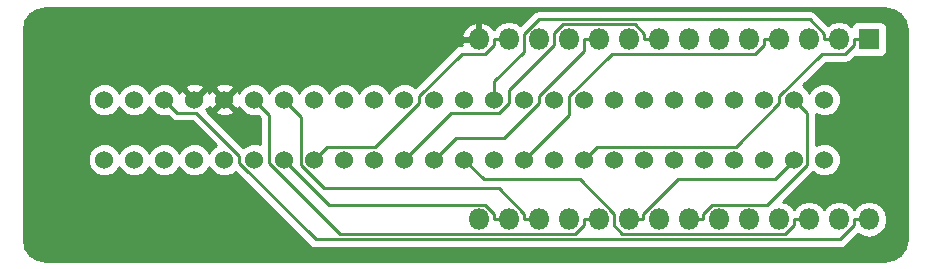
<source format=gbr>
G04 #@! TF.FileFunction,Copper,L2,Bot,Signal*
%FSLAX46Y46*%
G04 Gerber Fmt 4.6, Leading zero omitted, Abs format (unit mm)*
G04 Created by KiCad (PCBNEW 4.0.7) date 02/21/19 10:09:24*
%MOMM*%
%LPD*%
G01*
G04 APERTURE LIST*
%ADD10C,0.100000*%
%ADD11C,1.524000*%
%ADD12R,1.800000X1.800000*%
%ADD13O,1.800000X1.800000*%
%ADD14C,0.250000*%
%ADD15C,0.254000*%
G04 APERTURE END LIST*
D10*
D11*
X177711000Y-102464000D03*
X177711000Y-107544000D03*
X175171000Y-102464000D03*
X175171000Y-107544000D03*
X172631000Y-102464000D03*
X172631000Y-107544000D03*
X170091000Y-102464000D03*
X170091000Y-107544000D03*
X167551000Y-102464000D03*
X167551000Y-107544000D03*
X165011000Y-102464000D03*
X165011000Y-107544000D03*
X162471000Y-102464000D03*
X162471000Y-107544000D03*
X159931000Y-102464000D03*
X159931000Y-107544000D03*
X157391000Y-102464000D03*
X157391000Y-107544000D03*
X154851000Y-102464000D03*
X154851000Y-107544000D03*
X152311000Y-102464000D03*
X152311000Y-107544000D03*
X149771000Y-102464000D03*
X149771000Y-107544000D03*
X147231000Y-102464000D03*
X147231000Y-107544000D03*
X144691000Y-102464000D03*
X144691000Y-107544000D03*
X142151000Y-102464000D03*
X142151000Y-107544000D03*
X139611000Y-102464000D03*
X139611000Y-107544000D03*
X137071000Y-102464000D03*
X137071000Y-107544000D03*
X134531000Y-102464000D03*
X134531000Y-107544000D03*
X131991000Y-102464000D03*
X131991000Y-107544000D03*
X129451000Y-102464000D03*
X129451000Y-107544000D03*
X126911000Y-102464000D03*
X126911000Y-107544000D03*
X124371000Y-102464000D03*
X124371000Y-107544000D03*
X121831000Y-102464000D03*
X121831000Y-107544000D03*
X119291000Y-102464000D03*
X119291000Y-107544000D03*
X116751000Y-102464000D03*
X116751000Y-107544000D03*
D12*
X181496000Y-97345500D03*
D13*
X148476000Y-112585500D03*
X178956000Y-97345500D03*
X151016000Y-112585500D03*
X176416000Y-97345500D03*
X153556000Y-112585500D03*
X173876000Y-97345500D03*
X156096000Y-112585500D03*
X171336000Y-97345500D03*
X158636000Y-112585500D03*
X168796000Y-97345500D03*
X161176000Y-112585500D03*
X166256000Y-97345500D03*
X163716000Y-112585500D03*
X163716000Y-97345500D03*
X166256000Y-112585500D03*
X161176000Y-97345500D03*
X168796000Y-112585500D03*
X158636000Y-97345500D03*
X171336000Y-112585500D03*
X156096000Y-97345500D03*
X173876000Y-112585500D03*
X153556000Y-97345500D03*
X176416000Y-112585500D03*
X151016000Y-97345500D03*
X178956000Y-112585500D03*
X148476000Y-97345500D03*
X181496000Y-112585500D03*
D14*
X173512300Y-109202700D02*
X175171000Y-107544000D01*
X165324600Y-109202700D02*
X173512300Y-109202700D01*
X162401300Y-112126000D02*
X165324600Y-109202700D01*
X162401300Y-112585500D02*
X162401300Y-112126000D01*
X161176000Y-112585500D02*
X162401300Y-112585500D01*
X156121000Y-103734000D02*
X152311000Y-107544000D01*
X156121000Y-102178500D02*
X156121000Y-103734000D01*
X159728700Y-98570800D02*
X156121000Y-102178500D01*
X171885000Y-98570800D02*
X159728700Y-98570800D01*
X172650700Y-97805100D02*
X171885000Y-98570800D01*
X172650700Y-97345500D02*
X172650700Y-97805100D01*
X173876000Y-97345500D02*
X172650700Y-97345500D01*
X149771000Y-100924400D02*
X149771000Y-102464000D01*
X152286000Y-98409400D02*
X149771000Y-100924400D01*
X152286000Y-96874100D02*
X152286000Y-98409400D01*
X153529800Y-95630300D02*
X152286000Y-96874100D01*
X176475000Y-95630300D02*
X153529800Y-95630300D01*
X177730700Y-96886000D02*
X176475000Y-95630300D01*
X177730700Y-97345500D02*
X177730700Y-96886000D01*
X178956000Y-97345500D02*
X177730700Y-97345500D01*
X158478400Y-106456600D02*
X157391000Y-107544000D01*
X170228800Y-106456600D02*
X158478400Y-106456600D01*
X173901000Y-102784400D02*
X170228800Y-106456600D01*
X173901000Y-102187900D02*
X173901000Y-102784400D01*
X177518100Y-98570800D02*
X173901000Y-102187900D01*
X179505000Y-98570800D02*
X177518100Y-98570800D01*
X180270700Y-97805100D02*
X179505000Y-98570800D01*
X180270700Y-97345500D02*
X180270700Y-97805100D01*
X181496000Y-97345500D02*
X180270700Y-97345500D01*
X148901700Y-109214700D02*
X147231000Y-107544000D01*
X157014900Y-109214700D02*
X148901700Y-109214700D01*
X159906000Y-112105800D02*
X157014900Y-109214700D01*
X159906000Y-113112800D02*
X159906000Y-112105800D01*
X160630500Y-113837300D02*
X159906000Y-113112800D01*
X174398400Y-113837300D02*
X160630500Y-113837300D01*
X175190700Y-113045000D02*
X174398400Y-113837300D01*
X175190700Y-112585500D02*
X175190700Y-113045000D01*
X176416000Y-112585500D02*
X175190700Y-112585500D01*
X158636000Y-97345500D02*
X157410700Y-97345500D01*
X146532300Y-105702700D02*
X144691000Y-107544000D01*
X150614200Y-105702700D02*
X146532300Y-105702700D01*
X153581000Y-102735900D02*
X150614200Y-105702700D01*
X153581000Y-102136300D02*
X153581000Y-102735900D01*
X157410700Y-98306600D02*
X153581000Y-102136300D01*
X157410700Y-97345500D02*
X157410700Y-98306600D01*
X146111000Y-103584000D02*
X142151000Y-107544000D01*
X150198400Y-103584000D02*
X146111000Y-103584000D01*
X151041000Y-102741400D02*
X150198400Y-103584000D01*
X151041000Y-101638900D02*
X151041000Y-102741400D01*
X154826000Y-97853900D02*
X151041000Y-101638900D01*
X154826000Y-96855200D02*
X154826000Y-97853900D01*
X155600100Y-96081100D02*
X154826000Y-96855200D01*
X161680300Y-96081100D02*
X155600100Y-96081100D01*
X162490700Y-96891500D02*
X161680300Y-96081100D01*
X162490700Y-97345500D02*
X162490700Y-96891500D01*
X163716000Y-97345500D02*
X162490700Y-97345500D01*
X135618400Y-106456600D02*
X134531000Y-107544000D01*
X139710800Y-106456600D02*
X135618400Y-106456600D01*
X143421000Y-102746400D02*
X139710800Y-106456600D01*
X143421000Y-102161900D02*
X143421000Y-102746400D01*
X147012100Y-98570800D02*
X143421000Y-102161900D01*
X149025000Y-98570800D02*
X147012100Y-98570800D01*
X149790700Y-97805100D02*
X149025000Y-98570800D01*
X149790700Y-97345500D02*
X149790700Y-97805100D01*
X151016000Y-97345500D02*
X149790700Y-97345500D01*
X133443600Y-103916600D02*
X131991000Y-102464000D01*
X133443600Y-108026600D02*
X133443600Y-103916600D01*
X135346900Y-109929900D02*
X133443600Y-108026600D01*
X150134600Y-109929900D02*
X135346900Y-109929900D01*
X152330700Y-112126000D02*
X150134600Y-109929900D01*
X152330700Y-112585500D02*
X152330700Y-112126000D01*
X153556000Y-112585500D02*
X152330700Y-112585500D01*
X151016000Y-112585500D02*
X149790700Y-112585500D01*
X135807200Y-111360200D02*
X131991000Y-107544000D01*
X149025000Y-111360200D02*
X135807200Y-111360200D01*
X149790700Y-112125900D02*
X149025000Y-111360200D01*
X149790700Y-112585500D02*
X149790700Y-112125900D01*
X130721000Y-103734000D02*
X129451000Y-102464000D01*
X130721000Y-107815100D02*
X130721000Y-103734000D01*
X136722100Y-113816200D02*
X130721000Y-107815100D01*
X156639500Y-113816200D02*
X136722100Y-113816200D01*
X157410700Y-113045000D02*
X156639500Y-113816200D01*
X157410700Y-112585500D02*
X157410700Y-113045000D01*
X158636000Y-112585500D02*
X157410700Y-112585500D01*
X122918400Y-103551400D02*
X121831000Y-102464000D01*
X124513500Y-103551400D02*
X122918400Y-103551400D01*
X128181000Y-107218900D02*
X124513500Y-103551400D01*
X128181000Y-107815100D02*
X128181000Y-107218900D01*
X134653600Y-114287700D02*
X128181000Y-107815100D01*
X179028000Y-114287700D02*
X134653600Y-114287700D01*
X180270700Y-113045000D02*
X179028000Y-114287700D01*
X180270700Y-112585500D02*
X180270700Y-113045000D01*
X181496000Y-112585500D02*
X180270700Y-112585500D01*
X176282200Y-103575200D02*
X175171000Y-102464000D01*
X176282200Y-107979700D02*
X176282200Y-103575200D01*
X172901700Y-111360200D02*
X176282200Y-107979700D01*
X168247000Y-111360200D02*
X172901700Y-111360200D01*
X167481300Y-112125900D02*
X168247000Y-111360200D01*
X167481300Y-112585500D02*
X167481300Y-112125900D01*
X166256000Y-112585500D02*
X167481300Y-112585500D01*
D15*
G36*
X183574989Y-94842152D02*
X184164170Y-95235830D01*
X184557848Y-95825011D01*
X184710000Y-96589931D01*
X184710000Y-114230069D01*
X184557848Y-114994989D01*
X184164170Y-115584170D01*
X183574989Y-115977848D01*
X182810069Y-116130000D01*
X111829931Y-116130000D01*
X111065011Y-115977848D01*
X110475830Y-115584170D01*
X110082152Y-114994989D01*
X109930000Y-114230069D01*
X109930000Y-102740661D01*
X115353758Y-102740661D01*
X115565990Y-103254303D01*
X115958630Y-103647629D01*
X116471900Y-103860757D01*
X117027661Y-103861242D01*
X117541303Y-103649010D01*
X117934629Y-103256370D01*
X118020949Y-103048488D01*
X118105990Y-103254303D01*
X118498630Y-103647629D01*
X119011900Y-103860757D01*
X119567661Y-103861242D01*
X120081303Y-103649010D01*
X120474629Y-103256370D01*
X120560949Y-103048488D01*
X120645990Y-103254303D01*
X121038630Y-103647629D01*
X121551900Y-103860757D01*
X122107661Y-103861242D01*
X122140055Y-103847857D01*
X122380999Y-104088801D01*
X122627561Y-104253548D01*
X122918400Y-104311400D01*
X124198698Y-104311400D01*
X126209568Y-106322270D01*
X126120697Y-106358990D01*
X125727371Y-106751630D01*
X125641051Y-106959512D01*
X125556010Y-106753697D01*
X125163370Y-106360371D01*
X124650100Y-106147243D01*
X124094339Y-106146758D01*
X123580697Y-106358990D01*
X123187371Y-106751630D01*
X123101051Y-106959512D01*
X123016010Y-106753697D01*
X122623370Y-106360371D01*
X122110100Y-106147243D01*
X121554339Y-106146758D01*
X121040697Y-106358990D01*
X120647371Y-106751630D01*
X120561051Y-106959512D01*
X120476010Y-106753697D01*
X120083370Y-106360371D01*
X119570100Y-106147243D01*
X119014339Y-106146758D01*
X118500697Y-106358990D01*
X118107371Y-106751630D01*
X118021051Y-106959512D01*
X117936010Y-106753697D01*
X117543370Y-106360371D01*
X117030100Y-106147243D01*
X116474339Y-106146758D01*
X115960697Y-106358990D01*
X115567371Y-106751630D01*
X115354243Y-107264900D01*
X115353758Y-107820661D01*
X115565990Y-108334303D01*
X115958630Y-108727629D01*
X116471900Y-108940757D01*
X117027661Y-108941242D01*
X117541303Y-108729010D01*
X117934629Y-108336370D01*
X118020949Y-108128488D01*
X118105990Y-108334303D01*
X118498630Y-108727629D01*
X119011900Y-108940757D01*
X119567661Y-108941242D01*
X120081303Y-108729010D01*
X120474629Y-108336370D01*
X120560949Y-108128488D01*
X120645990Y-108334303D01*
X121038630Y-108727629D01*
X121551900Y-108940757D01*
X122107661Y-108941242D01*
X122621303Y-108729010D01*
X123014629Y-108336370D01*
X123100949Y-108128488D01*
X123185990Y-108334303D01*
X123578630Y-108727629D01*
X124091900Y-108940757D01*
X124647661Y-108941242D01*
X125161303Y-108729010D01*
X125554629Y-108336370D01*
X125640949Y-108128488D01*
X125725990Y-108334303D01*
X126118630Y-108727629D01*
X126631900Y-108940757D01*
X127187661Y-108941242D01*
X127701303Y-108729010D01*
X127860845Y-108569747D01*
X134116199Y-114825101D01*
X134362761Y-114989848D01*
X134653600Y-115047700D01*
X179028000Y-115047700D01*
X179318839Y-114989848D01*
X179565401Y-114825101D01*
X180577797Y-113812705D01*
X180908581Y-114033727D01*
X181496000Y-114150572D01*
X182083419Y-114033727D01*
X182581409Y-113700981D01*
X182914155Y-113202991D01*
X183031000Y-112615572D01*
X183031000Y-112555428D01*
X182914155Y-111968009D01*
X182581409Y-111470019D01*
X182083419Y-111137273D01*
X181496000Y-111020428D01*
X180908581Y-111137273D01*
X180410591Y-111470019D01*
X180226000Y-111746279D01*
X180041409Y-111470019D01*
X179543419Y-111137273D01*
X178956000Y-111020428D01*
X178368581Y-111137273D01*
X177870591Y-111470019D01*
X177686000Y-111746279D01*
X177501409Y-111470019D01*
X177003419Y-111137273D01*
X176416000Y-111020428D01*
X175828581Y-111137273D01*
X175330591Y-111470019D01*
X175146000Y-111746279D01*
X174961409Y-111470019D01*
X174463419Y-111137273D01*
X174243228Y-111093474D01*
X176763987Y-108572715D01*
X176918630Y-108727629D01*
X177431900Y-108940757D01*
X177987661Y-108941242D01*
X178501303Y-108729010D01*
X178894629Y-108336370D01*
X179107757Y-107823100D01*
X179108242Y-107267339D01*
X178896010Y-106753697D01*
X178503370Y-106360371D01*
X177990100Y-106147243D01*
X177434339Y-106146758D01*
X177042200Y-106308786D01*
X177042200Y-103698940D01*
X177431900Y-103860757D01*
X177987661Y-103861242D01*
X178501303Y-103649010D01*
X178894629Y-103256370D01*
X179107757Y-102743100D01*
X179108242Y-102187339D01*
X178896010Y-101673697D01*
X178503370Y-101280371D01*
X177990100Y-101067243D01*
X177434339Y-101066758D01*
X176920697Y-101278990D01*
X176527371Y-101671630D01*
X176441051Y-101879512D01*
X176356010Y-101673697D01*
X175963370Y-101280371D01*
X175906815Y-101256887D01*
X177832902Y-99330800D01*
X179505000Y-99330800D01*
X179795839Y-99272948D01*
X180042401Y-99108201D01*
X180323056Y-98827546D01*
X180344110Y-98841931D01*
X180596000Y-98892940D01*
X182396000Y-98892940D01*
X182631317Y-98848662D01*
X182847441Y-98709590D01*
X182992431Y-98497390D01*
X183043440Y-98245500D01*
X183043440Y-96445500D01*
X182999162Y-96210183D01*
X182860090Y-95994059D01*
X182647890Y-95849069D01*
X182396000Y-95798060D01*
X180596000Y-95798060D01*
X180360683Y-95842338D01*
X180144559Y-95981410D01*
X179999569Y-96193610D01*
X179998061Y-96201055D01*
X179543419Y-95897273D01*
X178956000Y-95780428D01*
X178368581Y-95897273D01*
X178037797Y-96118295D01*
X177012401Y-95092899D01*
X176765839Y-94928152D01*
X176475000Y-94870300D01*
X153529800Y-94870300D01*
X153238961Y-94928152D01*
X152992399Y-95092899D01*
X151953865Y-96131433D01*
X151603419Y-95897273D01*
X151016000Y-95780428D01*
X150428581Y-95897273D01*
X149930591Y-96230019D01*
X149745903Y-96506425D01*
X149713966Y-96437924D01*
X149272417Y-96033260D01*
X148840740Y-95854464D01*
X148603000Y-95975122D01*
X148603000Y-97218500D01*
X148623000Y-97218500D01*
X148623000Y-97472500D01*
X148603000Y-97472500D01*
X148603000Y-97492500D01*
X148349000Y-97492500D01*
X148349000Y-97472500D01*
X147105003Y-97472500D01*
X146984954Y-97710242D01*
X147031836Y-97810800D01*
X147012100Y-97810800D01*
X146721260Y-97868652D01*
X146474699Y-98033399D01*
X143085424Y-101422674D01*
X142943370Y-101280371D01*
X142430100Y-101067243D01*
X141874339Y-101066758D01*
X141360697Y-101278990D01*
X140967371Y-101671630D01*
X140881051Y-101879512D01*
X140796010Y-101673697D01*
X140403370Y-101280371D01*
X139890100Y-101067243D01*
X139334339Y-101066758D01*
X138820697Y-101278990D01*
X138427371Y-101671630D01*
X138341051Y-101879512D01*
X138256010Y-101673697D01*
X137863370Y-101280371D01*
X137350100Y-101067243D01*
X136794339Y-101066758D01*
X136280697Y-101278990D01*
X135887371Y-101671630D01*
X135801051Y-101879512D01*
X135716010Y-101673697D01*
X135323370Y-101280371D01*
X134810100Y-101067243D01*
X134254339Y-101066758D01*
X133740697Y-101278990D01*
X133347371Y-101671630D01*
X133261051Y-101879512D01*
X133176010Y-101673697D01*
X132783370Y-101280371D01*
X132270100Y-101067243D01*
X131714339Y-101066758D01*
X131200697Y-101278990D01*
X130807371Y-101671630D01*
X130721051Y-101879512D01*
X130636010Y-101673697D01*
X130243370Y-101280371D01*
X129730100Y-101067243D01*
X129174339Y-101066758D01*
X128660697Y-101278990D01*
X128267371Y-101671630D01*
X128187605Y-101863727D01*
X128133397Y-101732857D01*
X127891213Y-101663392D01*
X127090605Y-102464000D01*
X127891213Y-103264608D01*
X128133397Y-103195143D01*
X128183509Y-103054682D01*
X128265990Y-103254303D01*
X128658630Y-103647629D01*
X129171900Y-103860757D01*
X129727661Y-103861242D01*
X129760055Y-103847857D01*
X129961000Y-104048802D01*
X129961000Y-106243121D01*
X129730100Y-106147243D01*
X129174339Y-106146758D01*
X128660697Y-106358990D01*
X128528179Y-106491277D01*
X125481115Y-103444213D01*
X126110392Y-103444213D01*
X126179857Y-103686397D01*
X126703302Y-103873144D01*
X127258368Y-103845362D01*
X127642143Y-103686397D01*
X127711608Y-103444213D01*
X126911000Y-102643605D01*
X126110392Y-103444213D01*
X125481115Y-103444213D01*
X125441373Y-103404471D01*
X125466226Y-103379618D01*
X125351215Y-103264607D01*
X125593397Y-103195143D01*
X125637453Y-103071656D01*
X125688603Y-103195143D01*
X125930787Y-103264608D01*
X126731395Y-102464000D01*
X125930787Y-101663392D01*
X125688603Y-101732857D01*
X125644547Y-101856344D01*
X125593397Y-101732857D01*
X125351213Y-101663392D01*
X124550605Y-102464000D01*
X124564748Y-102478143D01*
X124385143Y-102657748D01*
X124371000Y-102643605D01*
X124356858Y-102657748D01*
X124177253Y-102478143D01*
X124191395Y-102464000D01*
X123390787Y-101663392D01*
X123148603Y-101732857D01*
X123098491Y-101873318D01*
X123016010Y-101673697D01*
X122826432Y-101483787D01*
X123570392Y-101483787D01*
X124371000Y-102284395D01*
X125171608Y-101483787D01*
X126110392Y-101483787D01*
X126911000Y-102284395D01*
X127711608Y-101483787D01*
X127642143Y-101241603D01*
X127118698Y-101054856D01*
X126563632Y-101082638D01*
X126179857Y-101241603D01*
X126110392Y-101483787D01*
X125171608Y-101483787D01*
X125102143Y-101241603D01*
X124578698Y-101054856D01*
X124023632Y-101082638D01*
X123639857Y-101241603D01*
X123570392Y-101483787D01*
X122826432Y-101483787D01*
X122623370Y-101280371D01*
X122110100Y-101067243D01*
X121554339Y-101066758D01*
X121040697Y-101278990D01*
X120647371Y-101671630D01*
X120561051Y-101879512D01*
X120476010Y-101673697D01*
X120083370Y-101280371D01*
X119570100Y-101067243D01*
X119014339Y-101066758D01*
X118500697Y-101278990D01*
X118107371Y-101671630D01*
X118021051Y-101879512D01*
X117936010Y-101673697D01*
X117543370Y-101280371D01*
X117030100Y-101067243D01*
X116474339Y-101066758D01*
X115960697Y-101278990D01*
X115567371Y-101671630D01*
X115354243Y-102184900D01*
X115353758Y-102740661D01*
X109930000Y-102740661D01*
X109930000Y-96980758D01*
X146984954Y-96980758D01*
X147105003Y-97218500D01*
X148349000Y-97218500D01*
X148349000Y-95975122D01*
X148111260Y-95854464D01*
X147679583Y-96033260D01*
X147238034Y-96437924D01*
X146984954Y-96980758D01*
X109930000Y-96980758D01*
X109930000Y-96589931D01*
X110082152Y-95825011D01*
X110475830Y-95235830D01*
X111065011Y-94842152D01*
X111829931Y-94690000D01*
X182810069Y-94690000D01*
X183574989Y-94842152D01*
X183574989Y-94842152D01*
G37*
X183574989Y-94842152D02*
X184164170Y-95235830D01*
X184557848Y-95825011D01*
X184710000Y-96589931D01*
X184710000Y-114230069D01*
X184557848Y-114994989D01*
X184164170Y-115584170D01*
X183574989Y-115977848D01*
X182810069Y-116130000D01*
X111829931Y-116130000D01*
X111065011Y-115977848D01*
X110475830Y-115584170D01*
X110082152Y-114994989D01*
X109930000Y-114230069D01*
X109930000Y-102740661D01*
X115353758Y-102740661D01*
X115565990Y-103254303D01*
X115958630Y-103647629D01*
X116471900Y-103860757D01*
X117027661Y-103861242D01*
X117541303Y-103649010D01*
X117934629Y-103256370D01*
X118020949Y-103048488D01*
X118105990Y-103254303D01*
X118498630Y-103647629D01*
X119011900Y-103860757D01*
X119567661Y-103861242D01*
X120081303Y-103649010D01*
X120474629Y-103256370D01*
X120560949Y-103048488D01*
X120645990Y-103254303D01*
X121038630Y-103647629D01*
X121551900Y-103860757D01*
X122107661Y-103861242D01*
X122140055Y-103847857D01*
X122380999Y-104088801D01*
X122627561Y-104253548D01*
X122918400Y-104311400D01*
X124198698Y-104311400D01*
X126209568Y-106322270D01*
X126120697Y-106358990D01*
X125727371Y-106751630D01*
X125641051Y-106959512D01*
X125556010Y-106753697D01*
X125163370Y-106360371D01*
X124650100Y-106147243D01*
X124094339Y-106146758D01*
X123580697Y-106358990D01*
X123187371Y-106751630D01*
X123101051Y-106959512D01*
X123016010Y-106753697D01*
X122623370Y-106360371D01*
X122110100Y-106147243D01*
X121554339Y-106146758D01*
X121040697Y-106358990D01*
X120647371Y-106751630D01*
X120561051Y-106959512D01*
X120476010Y-106753697D01*
X120083370Y-106360371D01*
X119570100Y-106147243D01*
X119014339Y-106146758D01*
X118500697Y-106358990D01*
X118107371Y-106751630D01*
X118021051Y-106959512D01*
X117936010Y-106753697D01*
X117543370Y-106360371D01*
X117030100Y-106147243D01*
X116474339Y-106146758D01*
X115960697Y-106358990D01*
X115567371Y-106751630D01*
X115354243Y-107264900D01*
X115353758Y-107820661D01*
X115565990Y-108334303D01*
X115958630Y-108727629D01*
X116471900Y-108940757D01*
X117027661Y-108941242D01*
X117541303Y-108729010D01*
X117934629Y-108336370D01*
X118020949Y-108128488D01*
X118105990Y-108334303D01*
X118498630Y-108727629D01*
X119011900Y-108940757D01*
X119567661Y-108941242D01*
X120081303Y-108729010D01*
X120474629Y-108336370D01*
X120560949Y-108128488D01*
X120645990Y-108334303D01*
X121038630Y-108727629D01*
X121551900Y-108940757D01*
X122107661Y-108941242D01*
X122621303Y-108729010D01*
X123014629Y-108336370D01*
X123100949Y-108128488D01*
X123185990Y-108334303D01*
X123578630Y-108727629D01*
X124091900Y-108940757D01*
X124647661Y-108941242D01*
X125161303Y-108729010D01*
X125554629Y-108336370D01*
X125640949Y-108128488D01*
X125725990Y-108334303D01*
X126118630Y-108727629D01*
X126631900Y-108940757D01*
X127187661Y-108941242D01*
X127701303Y-108729010D01*
X127860845Y-108569747D01*
X134116199Y-114825101D01*
X134362761Y-114989848D01*
X134653600Y-115047700D01*
X179028000Y-115047700D01*
X179318839Y-114989848D01*
X179565401Y-114825101D01*
X180577797Y-113812705D01*
X180908581Y-114033727D01*
X181496000Y-114150572D01*
X182083419Y-114033727D01*
X182581409Y-113700981D01*
X182914155Y-113202991D01*
X183031000Y-112615572D01*
X183031000Y-112555428D01*
X182914155Y-111968009D01*
X182581409Y-111470019D01*
X182083419Y-111137273D01*
X181496000Y-111020428D01*
X180908581Y-111137273D01*
X180410591Y-111470019D01*
X180226000Y-111746279D01*
X180041409Y-111470019D01*
X179543419Y-111137273D01*
X178956000Y-111020428D01*
X178368581Y-111137273D01*
X177870591Y-111470019D01*
X177686000Y-111746279D01*
X177501409Y-111470019D01*
X177003419Y-111137273D01*
X176416000Y-111020428D01*
X175828581Y-111137273D01*
X175330591Y-111470019D01*
X175146000Y-111746279D01*
X174961409Y-111470019D01*
X174463419Y-111137273D01*
X174243228Y-111093474D01*
X176763987Y-108572715D01*
X176918630Y-108727629D01*
X177431900Y-108940757D01*
X177987661Y-108941242D01*
X178501303Y-108729010D01*
X178894629Y-108336370D01*
X179107757Y-107823100D01*
X179108242Y-107267339D01*
X178896010Y-106753697D01*
X178503370Y-106360371D01*
X177990100Y-106147243D01*
X177434339Y-106146758D01*
X177042200Y-106308786D01*
X177042200Y-103698940D01*
X177431900Y-103860757D01*
X177987661Y-103861242D01*
X178501303Y-103649010D01*
X178894629Y-103256370D01*
X179107757Y-102743100D01*
X179108242Y-102187339D01*
X178896010Y-101673697D01*
X178503370Y-101280371D01*
X177990100Y-101067243D01*
X177434339Y-101066758D01*
X176920697Y-101278990D01*
X176527371Y-101671630D01*
X176441051Y-101879512D01*
X176356010Y-101673697D01*
X175963370Y-101280371D01*
X175906815Y-101256887D01*
X177832902Y-99330800D01*
X179505000Y-99330800D01*
X179795839Y-99272948D01*
X180042401Y-99108201D01*
X180323056Y-98827546D01*
X180344110Y-98841931D01*
X180596000Y-98892940D01*
X182396000Y-98892940D01*
X182631317Y-98848662D01*
X182847441Y-98709590D01*
X182992431Y-98497390D01*
X183043440Y-98245500D01*
X183043440Y-96445500D01*
X182999162Y-96210183D01*
X182860090Y-95994059D01*
X182647890Y-95849069D01*
X182396000Y-95798060D01*
X180596000Y-95798060D01*
X180360683Y-95842338D01*
X180144559Y-95981410D01*
X179999569Y-96193610D01*
X179998061Y-96201055D01*
X179543419Y-95897273D01*
X178956000Y-95780428D01*
X178368581Y-95897273D01*
X178037797Y-96118295D01*
X177012401Y-95092899D01*
X176765839Y-94928152D01*
X176475000Y-94870300D01*
X153529800Y-94870300D01*
X153238961Y-94928152D01*
X152992399Y-95092899D01*
X151953865Y-96131433D01*
X151603419Y-95897273D01*
X151016000Y-95780428D01*
X150428581Y-95897273D01*
X149930591Y-96230019D01*
X149745903Y-96506425D01*
X149713966Y-96437924D01*
X149272417Y-96033260D01*
X148840740Y-95854464D01*
X148603000Y-95975122D01*
X148603000Y-97218500D01*
X148623000Y-97218500D01*
X148623000Y-97472500D01*
X148603000Y-97472500D01*
X148603000Y-97492500D01*
X148349000Y-97492500D01*
X148349000Y-97472500D01*
X147105003Y-97472500D01*
X146984954Y-97710242D01*
X147031836Y-97810800D01*
X147012100Y-97810800D01*
X146721260Y-97868652D01*
X146474699Y-98033399D01*
X143085424Y-101422674D01*
X142943370Y-101280371D01*
X142430100Y-101067243D01*
X141874339Y-101066758D01*
X141360697Y-101278990D01*
X140967371Y-101671630D01*
X140881051Y-101879512D01*
X140796010Y-101673697D01*
X140403370Y-101280371D01*
X139890100Y-101067243D01*
X139334339Y-101066758D01*
X138820697Y-101278990D01*
X138427371Y-101671630D01*
X138341051Y-101879512D01*
X138256010Y-101673697D01*
X137863370Y-101280371D01*
X137350100Y-101067243D01*
X136794339Y-101066758D01*
X136280697Y-101278990D01*
X135887371Y-101671630D01*
X135801051Y-101879512D01*
X135716010Y-101673697D01*
X135323370Y-101280371D01*
X134810100Y-101067243D01*
X134254339Y-101066758D01*
X133740697Y-101278990D01*
X133347371Y-101671630D01*
X133261051Y-101879512D01*
X133176010Y-101673697D01*
X132783370Y-101280371D01*
X132270100Y-101067243D01*
X131714339Y-101066758D01*
X131200697Y-101278990D01*
X130807371Y-101671630D01*
X130721051Y-101879512D01*
X130636010Y-101673697D01*
X130243370Y-101280371D01*
X129730100Y-101067243D01*
X129174339Y-101066758D01*
X128660697Y-101278990D01*
X128267371Y-101671630D01*
X128187605Y-101863727D01*
X128133397Y-101732857D01*
X127891213Y-101663392D01*
X127090605Y-102464000D01*
X127891213Y-103264608D01*
X128133397Y-103195143D01*
X128183509Y-103054682D01*
X128265990Y-103254303D01*
X128658630Y-103647629D01*
X129171900Y-103860757D01*
X129727661Y-103861242D01*
X129760055Y-103847857D01*
X129961000Y-104048802D01*
X129961000Y-106243121D01*
X129730100Y-106147243D01*
X129174339Y-106146758D01*
X128660697Y-106358990D01*
X128528179Y-106491277D01*
X125481115Y-103444213D01*
X126110392Y-103444213D01*
X126179857Y-103686397D01*
X126703302Y-103873144D01*
X127258368Y-103845362D01*
X127642143Y-103686397D01*
X127711608Y-103444213D01*
X126911000Y-102643605D01*
X126110392Y-103444213D01*
X125481115Y-103444213D01*
X125441373Y-103404471D01*
X125466226Y-103379618D01*
X125351215Y-103264607D01*
X125593397Y-103195143D01*
X125637453Y-103071656D01*
X125688603Y-103195143D01*
X125930787Y-103264608D01*
X126731395Y-102464000D01*
X125930787Y-101663392D01*
X125688603Y-101732857D01*
X125644547Y-101856344D01*
X125593397Y-101732857D01*
X125351213Y-101663392D01*
X124550605Y-102464000D01*
X124564748Y-102478143D01*
X124385143Y-102657748D01*
X124371000Y-102643605D01*
X124356858Y-102657748D01*
X124177253Y-102478143D01*
X124191395Y-102464000D01*
X123390787Y-101663392D01*
X123148603Y-101732857D01*
X123098491Y-101873318D01*
X123016010Y-101673697D01*
X122826432Y-101483787D01*
X123570392Y-101483787D01*
X124371000Y-102284395D01*
X125171608Y-101483787D01*
X126110392Y-101483787D01*
X126911000Y-102284395D01*
X127711608Y-101483787D01*
X127642143Y-101241603D01*
X127118698Y-101054856D01*
X126563632Y-101082638D01*
X126179857Y-101241603D01*
X126110392Y-101483787D01*
X125171608Y-101483787D01*
X125102143Y-101241603D01*
X124578698Y-101054856D01*
X124023632Y-101082638D01*
X123639857Y-101241603D01*
X123570392Y-101483787D01*
X122826432Y-101483787D01*
X122623370Y-101280371D01*
X122110100Y-101067243D01*
X121554339Y-101066758D01*
X121040697Y-101278990D01*
X120647371Y-101671630D01*
X120561051Y-101879512D01*
X120476010Y-101673697D01*
X120083370Y-101280371D01*
X119570100Y-101067243D01*
X119014339Y-101066758D01*
X118500697Y-101278990D01*
X118107371Y-101671630D01*
X118021051Y-101879512D01*
X117936010Y-101673697D01*
X117543370Y-101280371D01*
X117030100Y-101067243D01*
X116474339Y-101066758D01*
X115960697Y-101278990D01*
X115567371Y-101671630D01*
X115354243Y-102184900D01*
X115353758Y-102740661D01*
X109930000Y-102740661D01*
X109930000Y-96980758D01*
X146984954Y-96980758D01*
X147105003Y-97218500D01*
X148349000Y-97218500D01*
X148349000Y-95975122D01*
X148111260Y-95854464D01*
X147679583Y-96033260D01*
X147238034Y-96437924D01*
X146984954Y-96980758D01*
X109930000Y-96980758D01*
X109930000Y-96589931D01*
X110082152Y-95825011D01*
X110475830Y-95235830D01*
X111065011Y-94842152D01*
X111829931Y-94690000D01*
X182810069Y-94690000D01*
X183574989Y-94842152D01*
M02*

</source>
